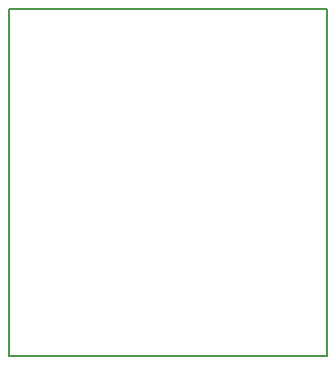
<source format=gbr>
G04 DipTrace 2.4.0.2*
%INBoardOutline.gbr*%
%MOIN*%
%ADD11C,0.006*%
%FSLAX44Y44*%
G04*
G70*
G90*
G75*
G01*
%LNBoardOutline*%
%LPD*%
X3940Y15520D2*
D11*
X14550D1*
Y3940D1*
X3940D1*
Y15520D1*
M02*

</source>
